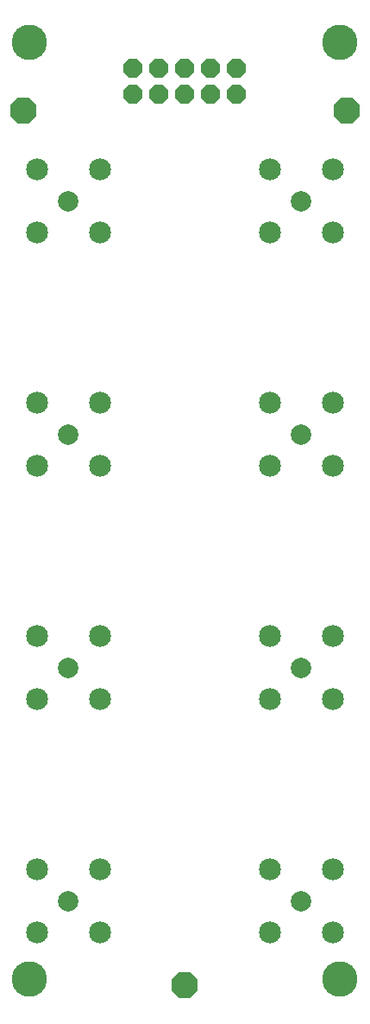
<source format=gbs>
G75*
G70*
%OFA0B0*%
%FSLAX24Y24*%
%IPPOS*%
%LPD*%
%AMOC8*
5,1,8,0,0,1.08239X$1,22.5*
%
%ADD10C,0.1365*%
%ADD11OC8,0.0740*%
%ADD12C,0.0789*%
%ADD13C,0.0848*%
%ADD14OC8,0.1025*%
D10*
X001150Y001150D03*
X013150Y001150D03*
X013150Y037275D03*
X001150Y037275D03*
D11*
X005150Y036275D03*
X005150Y035275D03*
X006150Y035275D03*
X006150Y036275D03*
X007150Y036275D03*
X007150Y035275D03*
X008150Y035275D03*
X008150Y036275D03*
X009150Y036275D03*
X009150Y035275D03*
D12*
X011650Y031150D03*
X011650Y022150D03*
X011650Y013150D03*
X011650Y004150D03*
X002650Y004150D03*
X002650Y013150D03*
X002650Y022150D03*
X002650Y031150D03*
D13*
X001430Y029930D03*
X001430Y032370D03*
X003870Y032370D03*
X003870Y029930D03*
X003870Y023370D03*
X003870Y020930D03*
X001430Y020930D03*
X001430Y023370D03*
X001430Y014370D03*
X001430Y011930D03*
X003870Y011930D03*
X003870Y014370D03*
X003870Y005370D03*
X003870Y002930D03*
X001430Y002930D03*
X001430Y005370D03*
X010430Y005370D03*
X010430Y002930D03*
X012870Y002930D03*
X012870Y005370D03*
X012870Y011930D03*
X012870Y014370D03*
X012870Y020930D03*
X012870Y023370D03*
X012870Y029930D03*
X012870Y032370D03*
X010430Y032370D03*
X010430Y029930D03*
X010430Y023370D03*
X010430Y020930D03*
X010430Y014370D03*
X010430Y011930D03*
D14*
X007150Y000900D03*
X000900Y034650D03*
X013400Y034650D03*
M02*

</source>
